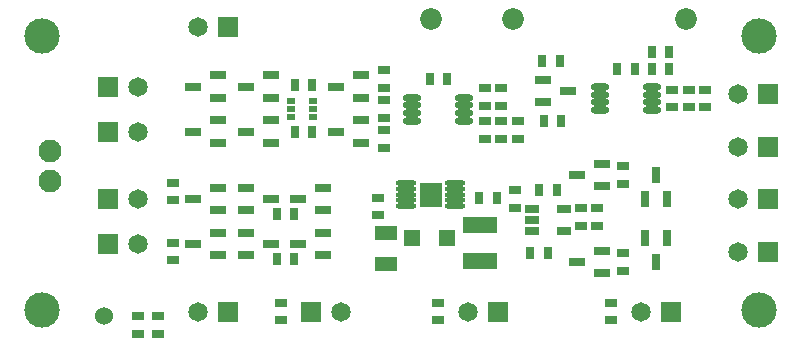
<source format=gts>
G04 Layer_Color=8388736*
%FSLAX24Y24*%
%MOIN*%
G70*
G01*
G75*
%ADD31C,0.0600*%
%ADD40R,0.0414X0.0257*%
%ADD41R,0.0257X0.0414*%
%ADD42O,0.0631X0.0237*%
%ADD43R,0.0572X0.0296*%
%ADD44R,0.0296X0.0225*%
%ADD45R,0.0296X0.0572*%
%ADD46R,0.0473X0.0296*%
%ADD47R,0.1162X0.0552*%
%ADD48O,0.0690X0.0178*%
%ADD49R,0.0721X0.0800*%
%ADD50R,0.0572X0.0572*%
%ADD51R,0.0729X0.0493*%
%ADD52C,0.0651*%
%ADD53R,0.0651X0.0651*%
%ADD54C,0.0721*%
%ADD55C,0.0060*%
%ADD56C,0.0769*%
%ADD57C,0.1175*%
D31*
X17100Y13100D02*
D03*
D40*
X18900Y13095D02*
D03*
Y12505D02*
D03*
X18250Y13095D02*
D03*
Y12505D02*
D03*
X37150Y20645D02*
D03*
Y20055D02*
D03*
X36600D02*
D03*
Y20645D02*
D03*
X36050Y20055D02*
D03*
Y20645D02*
D03*
X30350Y20105D02*
D03*
Y20695D02*
D03*
X29800Y20105D02*
D03*
Y20695D02*
D03*
X30900Y19595D02*
D03*
Y19005D02*
D03*
X30350Y19595D02*
D03*
Y19005D02*
D03*
X29800Y19595D02*
D03*
Y19005D02*
D03*
X26450Y21295D02*
D03*
Y20705D02*
D03*
Y19705D02*
D03*
Y20295D02*
D03*
Y19295D02*
D03*
Y18705D02*
D03*
X34400Y17505D02*
D03*
Y18095D02*
D03*
Y14605D02*
D03*
Y15195D02*
D03*
X33550Y16695D02*
D03*
Y16105D02*
D03*
X33000Y16695D02*
D03*
Y16105D02*
D03*
X34000Y13545D02*
D03*
Y12955D02*
D03*
X30800Y16705D02*
D03*
Y17295D02*
D03*
X28250Y13545D02*
D03*
Y12955D02*
D03*
X26250Y16455D02*
D03*
Y17045D02*
D03*
X23000Y12955D02*
D03*
Y13545D02*
D03*
X19400Y15545D02*
D03*
Y14955D02*
D03*
Y16955D02*
D03*
Y17545D02*
D03*
D41*
X35355Y21900D02*
D03*
X35945D02*
D03*
X35355Y21350D02*
D03*
X35945D02*
D03*
X34205D02*
D03*
X34795D02*
D03*
X31705Y21600D02*
D03*
X32295D02*
D03*
X31755Y19600D02*
D03*
X32345D02*
D03*
X28545Y21000D02*
D03*
X27955D02*
D03*
X23455Y20800D02*
D03*
X24045D02*
D03*
X23455Y19250D02*
D03*
X24045D02*
D03*
X31605Y17300D02*
D03*
X32195D02*
D03*
X31895Y15200D02*
D03*
X31305D02*
D03*
X29605Y17050D02*
D03*
X30195D02*
D03*
X22855Y15000D02*
D03*
X23445D02*
D03*
X22855Y16500D02*
D03*
X23445D02*
D03*
D42*
X33634Y20734D02*
D03*
Y20478D02*
D03*
Y20222D02*
D03*
Y19966D02*
D03*
X35366Y20734D02*
D03*
Y20478D02*
D03*
Y20222D02*
D03*
Y19966D02*
D03*
X27384Y20384D02*
D03*
Y20128D02*
D03*
Y19872D02*
D03*
Y19616D02*
D03*
X29116Y20384D02*
D03*
Y20128D02*
D03*
Y19872D02*
D03*
Y19616D02*
D03*
D43*
X32563Y20600D02*
D03*
X31737Y20226D02*
D03*
Y20974D02*
D03*
X24837Y20750D02*
D03*
X25663Y21124D02*
D03*
Y20376D02*
D03*
X24837Y19250D02*
D03*
X25663Y19624D02*
D03*
Y18876D02*
D03*
X21837Y19250D02*
D03*
X22663Y19624D02*
D03*
Y18876D02*
D03*
X21837Y20750D02*
D03*
X22663Y21124D02*
D03*
Y20376D02*
D03*
X20087Y20750D02*
D03*
X20913Y21124D02*
D03*
Y20376D02*
D03*
X20087Y19250D02*
D03*
X20913Y19624D02*
D03*
Y18876D02*
D03*
X32887Y17800D02*
D03*
X33713Y18174D02*
D03*
Y17426D02*
D03*
X32887Y14900D02*
D03*
X33713Y15274D02*
D03*
Y14526D02*
D03*
X23587Y15500D02*
D03*
X24413Y15874D02*
D03*
Y15126D02*
D03*
X23587Y17000D02*
D03*
X24413Y17374D02*
D03*
Y16626D02*
D03*
X22663Y17000D02*
D03*
X21837Y16626D02*
D03*
Y17374D02*
D03*
X22663Y15500D02*
D03*
X21837Y15126D02*
D03*
Y15874D02*
D03*
X20087Y17000D02*
D03*
X20913Y17374D02*
D03*
Y16626D02*
D03*
X20087Y15500D02*
D03*
X20913Y15874D02*
D03*
Y15126D02*
D03*
D44*
X24074Y20256D02*
D03*
Y20000D02*
D03*
Y19744D02*
D03*
X23326D02*
D03*
Y20000D02*
D03*
Y20256D02*
D03*
D45*
X35500Y14887D02*
D03*
X35126Y15713D02*
D03*
X35874D02*
D03*
X35500Y17813D02*
D03*
X35874Y16987D02*
D03*
X35126D02*
D03*
D46*
X31369Y16674D02*
D03*
Y16300D02*
D03*
Y15926D02*
D03*
X32431D02*
D03*
Y16674D02*
D03*
D47*
X29640Y14950D02*
D03*
Y16150D02*
D03*
D48*
X27183Y17544D02*
D03*
Y17347D02*
D03*
Y17150D02*
D03*
Y16953D02*
D03*
Y16756D02*
D03*
X28817Y17544D02*
D03*
Y17347D02*
D03*
Y17150D02*
D03*
Y16953D02*
D03*
Y16756D02*
D03*
D49*
X28000Y17150D02*
D03*
D50*
X28541Y15700D02*
D03*
X27359D02*
D03*
D51*
X26500Y14819D02*
D03*
Y15882D02*
D03*
D52*
X18250Y17000D02*
D03*
Y19250D02*
D03*
X25000Y13250D02*
D03*
X20250Y22750D02*
D03*
X38250Y17000D02*
D03*
X20250Y13250D02*
D03*
X38250Y15250D02*
D03*
X18250Y15500D02*
D03*
X38250Y18750D02*
D03*
Y20500D02*
D03*
X29250Y13250D02*
D03*
X35000D02*
D03*
X18250Y20750D02*
D03*
D53*
X17250Y17000D02*
D03*
Y19250D02*
D03*
X24000Y13250D02*
D03*
X21250Y22750D02*
D03*
X39250Y17000D02*
D03*
X21250Y13250D02*
D03*
X39250Y15250D02*
D03*
X17250Y15500D02*
D03*
X39250Y18750D02*
D03*
Y20500D02*
D03*
X30250Y13250D02*
D03*
X36000D02*
D03*
X17250Y20750D02*
D03*
D54*
X28000Y23000D02*
D03*
X36500D02*
D03*
X30750D02*
D03*
D55*
X14300Y17600D02*
D03*
Y18600D02*
D03*
D56*
X15300Y17600D02*
D03*
Y18600D02*
D03*
D57*
X15050Y13300D02*
D03*
X38950Y22450D02*
D03*
X15050D02*
D03*
X38950Y13300D02*
D03*
M02*

</source>
